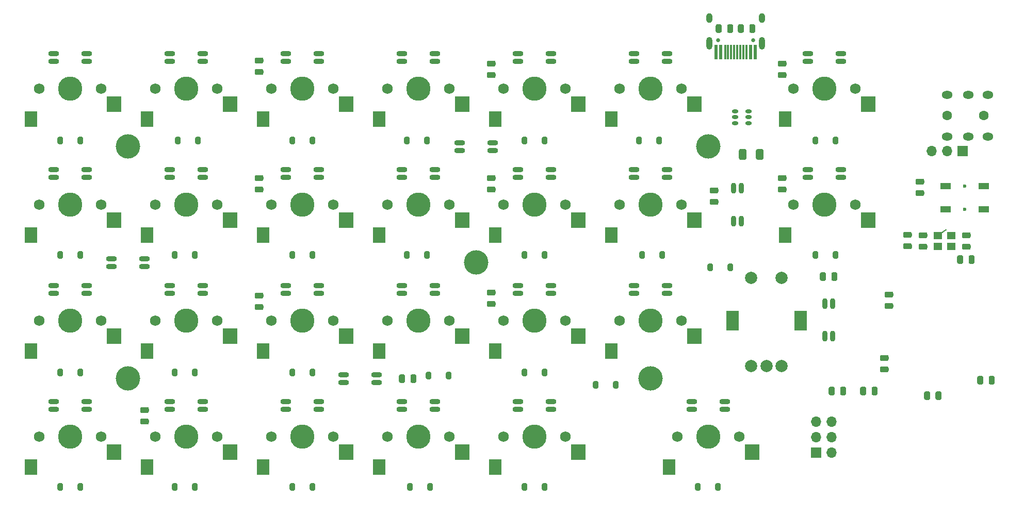
<source format=gbr>
%TF.GenerationSoftware,KiCad,Pcbnew,(5.1.9-0-10_14)*%
%TF.CreationDate,2021-01-21T14:35:16+08:00*%
%TF.ProjectId,kb-split,6b622d73-706c-4697-942e-6b696361645f,rev?*%
%TF.SameCoordinates,Original*%
%TF.FileFunction,Soldermask,Bot*%
%TF.FilePolarity,Negative*%
%FSLAX46Y46*%
G04 Gerber Fmt 4.6, Leading zero omitted, Abs format (unit mm)*
G04 Created by KiCad (PCBNEW (5.1.9-0-10_14)) date 2021-01-21 14:35:16*
%MOMM*%
%LPD*%
G01*
G04 APERTURE LIST*
%ADD10C,1.600000*%
%ADD11O,1.800000X1.300000*%
%ADD12C,0.100000*%
%ADD13R,1.400000X1.200000*%
%ADD14O,1.000000X2.100000*%
%ADD15O,1.000000X1.600000*%
%ADD16R,0.570000X2.450000*%
%ADD17R,0.300000X2.450000*%
%ADD18C,0.650000*%
%ADD19O,0.820000X1.800000*%
%ADD20C,0.500000*%
%ADD21C,4.000000*%
%ADD22O,1.800000X0.820000*%
%ADD23O,1.060000X0.650000*%
%ADD24C,0.600000*%
%ADD25R,1.700000X1.000000*%
%ADD26R,2.350000X2.500000*%
%ADD27R,2.150000X2.500000*%
%ADD28C,1.750000*%
%ADD29C,3.987800*%
%ADD30C,2.000000*%
%ADD31R,2.000000X3.200000*%
%ADD32O,1.700000X1.700000*%
%ADD33R,1.700000X1.700000*%
G04 APERTURE END LIST*
D10*
%TO.C,J3*%
X251088000Y-64008000D03*
X257088000Y-64008000D03*
D11*
X251088000Y-60608000D03*
X251088000Y-67408000D03*
X254588000Y-67408000D03*
X254588000Y-60608000D03*
X257788000Y-60608000D03*
X257788000Y-67408000D03*
%TD*%
D12*
%TO.C,Y1*%
G36*
X249898532Y-83371704D02*
G01*
X249900011Y-83362046D01*
X249902426Y-83352580D01*
X249905753Y-83343393D01*
X249909960Y-83334576D01*
X249915008Y-83326211D01*
X249920849Y-83318379D01*
X249927425Y-83311153D01*
X249934675Y-83304605D01*
X249942530Y-83298795D01*
X250842530Y-82698795D01*
X250843697Y-82698029D01*
X250845175Y-82697172D01*
X250846590Y-82696227D01*
X250849375Y-82694738D01*
X250852150Y-82693130D01*
X250853730Y-82692410D01*
X250855244Y-82691601D01*
X250858135Y-82690404D01*
X250861041Y-82689080D01*
X250862709Y-82688509D01*
X250864311Y-82687846D01*
X250867296Y-82686940D01*
X250870285Y-82685918D01*
X250872010Y-82685510D01*
X250873702Y-82684997D01*
X250876739Y-82684393D01*
X250879793Y-82683671D01*
X250881577Y-82683430D01*
X250883327Y-82683082D01*
X250886395Y-82682780D01*
X250889475Y-82682364D01*
X250891286Y-82682298D01*
X250893093Y-82682120D01*
X250896167Y-82682120D01*
X250899239Y-82682008D01*
X250901065Y-82682120D01*
X250902907Y-82682120D01*
X250905944Y-82682419D01*
X250908991Y-82682606D01*
X250910822Y-82682900D01*
X250912673Y-82683082D01*
X250915641Y-82683672D01*
X250918637Y-82684153D01*
X250920455Y-82684630D01*
X250922298Y-82684997D01*
X250925167Y-82685867D01*
X250928087Y-82686634D01*
X250929874Y-82687295D01*
X250931689Y-82687846D01*
X250934441Y-82688986D01*
X250937249Y-82690025D01*
X250938975Y-82690863D01*
X250940756Y-82691601D01*
X250943385Y-82693006D01*
X250946037Y-82694294D01*
X250947693Y-82695309D01*
X250949410Y-82696227D01*
X250951856Y-82697861D01*
X250954366Y-82699400D01*
X250955930Y-82700583D01*
X250957570Y-82701679D01*
X250959829Y-82703533D01*
X250962158Y-82705295D01*
X250963618Y-82706643D01*
X250965156Y-82707905D01*
X250967204Y-82709953D01*
X250969337Y-82711922D01*
X250970672Y-82713421D01*
X250972095Y-82714844D01*
X250973922Y-82717070D01*
X250975835Y-82719218D01*
X250977029Y-82720856D01*
X250978321Y-82722430D01*
X250979905Y-82724800D01*
X250981590Y-82727112D01*
X250982634Y-82728885D01*
X250983773Y-82730590D01*
X250985110Y-82733090D01*
X250986547Y-82735532D01*
X250987414Y-82737401D01*
X250988399Y-82739244D01*
X250989470Y-82741829D01*
X250990660Y-82744394D01*
X250991359Y-82746391D01*
X250992154Y-82748311D01*
X250992959Y-82750965D01*
X250993887Y-82753615D01*
X250994389Y-82755679D01*
X250995003Y-82757702D01*
X250995542Y-82760411D01*
X250996199Y-82763108D01*
X250996499Y-82765221D01*
X250996918Y-82767327D01*
X250997187Y-82770058D01*
X250997574Y-82772780D01*
X250997668Y-82774938D01*
X250997880Y-82777093D01*
X250997880Y-82779824D01*
X250997998Y-82782541D01*
X250997880Y-82784713D01*
X250997880Y-82786907D01*
X250997614Y-82789610D01*
X250997468Y-82792297D01*
X250997135Y-82794467D01*
X250996918Y-82796673D01*
X250996393Y-82799313D01*
X250995988Y-82801954D01*
X250995439Y-82804107D01*
X250995003Y-82806298D01*
X250994233Y-82808837D01*
X250993574Y-82811420D01*
X250992807Y-82813538D01*
X250992154Y-82815689D01*
X250991151Y-82818112D01*
X250990247Y-82820607D01*
X250989268Y-82822658D01*
X250988399Y-82824756D01*
X250987169Y-82827057D01*
X250986039Y-82829425D01*
X250984851Y-82831394D01*
X250983773Y-82833410D01*
X250982329Y-82835571D01*
X250980991Y-82837789D01*
X250979607Y-82839646D01*
X250978321Y-82841570D01*
X250976694Y-82843552D01*
X250975151Y-82845622D01*
X250973577Y-82847351D01*
X250972095Y-82849156D01*
X250970299Y-82850952D01*
X250968574Y-82852847D01*
X250966816Y-82854435D01*
X250965156Y-82856095D01*
X250963213Y-82857690D01*
X250961324Y-82859396D01*
X250959401Y-82860819D01*
X250957570Y-82862321D01*
X250955493Y-82863709D01*
X250953470Y-82865205D01*
X250053470Y-83465205D01*
X250052303Y-83465971D01*
X250043850Y-83470870D01*
X250034959Y-83474920D01*
X250025715Y-83478083D01*
X250016207Y-83480329D01*
X250006525Y-83481636D01*
X249996761Y-83481992D01*
X249987009Y-83481394D01*
X249977363Y-83479847D01*
X249967913Y-83477366D01*
X249958751Y-83473975D01*
X249949963Y-83469706D01*
X249941634Y-83464600D01*
X249933842Y-83458705D01*
X249926663Y-83452079D01*
X249920165Y-83444782D01*
X249914409Y-83436888D01*
X249909453Y-83428469D01*
X249905340Y-83419606D01*
X249902113Y-83410385D01*
X249899801Y-83400892D01*
X249898426Y-83391220D01*
X249898001Y-83381459D01*
X249898532Y-83371704D01*
G37*
D13*
X249598000Y-85432000D03*
X249598000Y-83732000D03*
X251798000Y-83732000D03*
X251798000Y-85432000D03*
%TD*%
D14*
%TO.C,J1*%
X212088000Y-52150750D03*
D15*
X212088000Y-47970750D03*
D14*
X220728000Y-52150750D03*
D15*
X220728000Y-47970750D03*
D16*
X219633000Y-53565750D03*
X218858000Y-53565750D03*
D17*
X218158000Y-53565750D03*
X217658000Y-53565750D03*
X217158000Y-53565750D03*
X216658000Y-53565750D03*
X216158000Y-53565750D03*
X215658000Y-53565750D03*
X215158000Y-53565750D03*
X214658000Y-53565750D03*
D16*
X213958000Y-53565750D03*
X213183000Y-53565750D03*
D18*
X213518000Y-51620750D03*
X219298000Y-51620750D03*
%TD*%
%TO.C,R1*%
G36*
G01*
X214101500Y-49232500D02*
X214101500Y-50145000D01*
G75*
G02*
X213857750Y-50388750I-243750J0D01*
G01*
X213370250Y-50388750D01*
G75*
G02*
X213126500Y-50145000I0J243750D01*
G01*
X213126500Y-49232500D01*
G75*
G02*
X213370250Y-48988750I243750J0D01*
G01*
X213857750Y-48988750D01*
G75*
G02*
X214101500Y-49232500I0J-243750D01*
G01*
G37*
G36*
G01*
X215976500Y-49232500D02*
X215976500Y-50145000D01*
G75*
G02*
X215732750Y-50388750I-243750J0D01*
G01*
X215245250Y-50388750D01*
G75*
G02*
X215001500Y-50145000I0J243750D01*
G01*
X215001500Y-49232500D01*
G75*
G02*
X215245250Y-48988750I243750J0D01*
G01*
X215732750Y-48988750D01*
G75*
G02*
X215976500Y-49232500I0J-243750D01*
G01*
G37*
%TD*%
D19*
%TO.C,LED25*%
X231008000Y-100236000D03*
X232288000Y-100236000D03*
X232288000Y-94836000D03*
X231008000Y-94836000D03*
%TD*%
D20*
%TO.C,H5*%
X203466250Y-106096250D03*
X201346250Y-106096250D03*
X201346250Y-108216250D03*
X203466250Y-108216250D03*
X202406250Y-105656250D03*
X202406250Y-108656250D03*
X200906250Y-107156250D03*
X203906250Y-107156250D03*
D21*
X202406250Y-107156250D03*
%TD*%
D20*
%TO.C,H4*%
X117741250Y-106096250D03*
X115621250Y-106096250D03*
X115621250Y-108216250D03*
X117741250Y-108216250D03*
X116681250Y-105656250D03*
X116681250Y-108656250D03*
X115181250Y-107156250D03*
X118181250Y-107156250D03*
D21*
X116681250Y-107156250D03*
%TD*%
D20*
%TO.C,H3*%
X174891250Y-87046250D03*
X172771250Y-87046250D03*
X172771250Y-89166250D03*
X174891250Y-89166250D03*
X173831250Y-86606250D03*
X173831250Y-89606250D03*
X172331250Y-88106250D03*
X175331250Y-88106250D03*
D21*
X173831250Y-88106250D03*
%TD*%
D20*
%TO.C,H2*%
X212991250Y-67996250D03*
X210871250Y-67996250D03*
X210871250Y-70116250D03*
X212991250Y-70116250D03*
X211931250Y-67556250D03*
X211931250Y-70556250D03*
X210431250Y-69056250D03*
X213431250Y-69056250D03*
D21*
X211931250Y-69056250D03*
%TD*%
D20*
%TO.C,H1*%
X117741250Y-67996250D03*
X115621250Y-67996250D03*
X115621250Y-70116250D03*
X117741250Y-70116250D03*
X116681250Y-67556250D03*
X116681250Y-70556250D03*
X115181250Y-69056250D03*
X118181250Y-69056250D03*
D21*
X116681250Y-69056250D03*
%TD*%
%TO.C,D27*%
G36*
G01*
X210636000Y-124593000D02*
X210636000Y-125343000D01*
G75*
G02*
X210411000Y-125568000I-225000J0D01*
G01*
X209961000Y-125568000D01*
G75*
G02*
X209736000Y-125343000I0J225000D01*
G01*
X209736000Y-124593000D01*
G75*
G02*
X209961000Y-124368000I225000J0D01*
G01*
X210411000Y-124368000D01*
G75*
G02*
X210636000Y-124593000I0J-225000D01*
G01*
G37*
G36*
G01*
X213937000Y-124593000D02*
X213937000Y-125343000D01*
G75*
G02*
X213712000Y-125568000I-225000J0D01*
G01*
X213262000Y-125568000D01*
G75*
G02*
X213037000Y-125343000I0J225000D01*
G01*
X213037000Y-124593000D01*
G75*
G02*
X213262000Y-124368000I225000J0D01*
G01*
X213712000Y-124368000D01*
G75*
G02*
X213937000Y-124593000I0J-225000D01*
G01*
G37*
%TD*%
%TO.C,D26*%
G36*
G01*
X182188000Y-124593000D02*
X182188000Y-125343000D01*
G75*
G02*
X181963000Y-125568000I-225000J0D01*
G01*
X181513000Y-125568000D01*
G75*
G02*
X181288000Y-125343000I0J225000D01*
G01*
X181288000Y-124593000D01*
G75*
G02*
X181513000Y-124368000I225000J0D01*
G01*
X181963000Y-124368000D01*
G75*
G02*
X182188000Y-124593000I0J-225000D01*
G01*
G37*
G36*
G01*
X185489000Y-124593000D02*
X185489000Y-125343000D01*
G75*
G02*
X185264000Y-125568000I-225000J0D01*
G01*
X184814000Y-125568000D01*
G75*
G02*
X184589000Y-125343000I0J225000D01*
G01*
X184589000Y-124593000D01*
G75*
G02*
X184814000Y-124368000I225000J0D01*
G01*
X185264000Y-124368000D01*
G75*
G02*
X185489000Y-124593000I0J-225000D01*
G01*
G37*
%TD*%
%TO.C,D25*%
G36*
G01*
X163392000Y-124593000D02*
X163392000Y-125343000D01*
G75*
G02*
X163167000Y-125568000I-225000J0D01*
G01*
X162717000Y-125568000D01*
G75*
G02*
X162492000Y-125343000I0J225000D01*
G01*
X162492000Y-124593000D01*
G75*
G02*
X162717000Y-124368000I225000J0D01*
G01*
X163167000Y-124368000D01*
G75*
G02*
X163392000Y-124593000I0J-225000D01*
G01*
G37*
G36*
G01*
X166693000Y-124593000D02*
X166693000Y-125343000D01*
G75*
G02*
X166468000Y-125568000I-225000J0D01*
G01*
X166018000Y-125568000D01*
G75*
G02*
X165793000Y-125343000I0J225000D01*
G01*
X165793000Y-124593000D01*
G75*
G02*
X166018000Y-124368000I225000J0D01*
G01*
X166468000Y-124368000D01*
G75*
G02*
X166693000Y-124593000I0J-225000D01*
G01*
G37*
%TD*%
%TO.C,D24*%
G36*
G01*
X144088000Y-124593000D02*
X144088000Y-125343000D01*
G75*
G02*
X143863000Y-125568000I-225000J0D01*
G01*
X143413000Y-125568000D01*
G75*
G02*
X143188000Y-125343000I0J225000D01*
G01*
X143188000Y-124593000D01*
G75*
G02*
X143413000Y-124368000I225000J0D01*
G01*
X143863000Y-124368000D01*
G75*
G02*
X144088000Y-124593000I0J-225000D01*
G01*
G37*
G36*
G01*
X147389000Y-124593000D02*
X147389000Y-125343000D01*
G75*
G02*
X147164000Y-125568000I-225000J0D01*
G01*
X146714000Y-125568000D01*
G75*
G02*
X146489000Y-125343000I0J225000D01*
G01*
X146489000Y-124593000D01*
G75*
G02*
X146714000Y-124368000I225000J0D01*
G01*
X147164000Y-124368000D01*
G75*
G02*
X147389000Y-124593000I0J-225000D01*
G01*
G37*
%TD*%
%TO.C,D23*%
G36*
G01*
X124784000Y-124593000D02*
X124784000Y-125343000D01*
G75*
G02*
X124559000Y-125568000I-225000J0D01*
G01*
X124109000Y-125568000D01*
G75*
G02*
X123884000Y-125343000I0J225000D01*
G01*
X123884000Y-124593000D01*
G75*
G02*
X124109000Y-124368000I225000J0D01*
G01*
X124559000Y-124368000D01*
G75*
G02*
X124784000Y-124593000I0J-225000D01*
G01*
G37*
G36*
G01*
X128085000Y-124593000D02*
X128085000Y-125343000D01*
G75*
G02*
X127860000Y-125568000I-225000J0D01*
G01*
X127410000Y-125568000D01*
G75*
G02*
X127185000Y-125343000I0J225000D01*
G01*
X127185000Y-124593000D01*
G75*
G02*
X127410000Y-124368000I225000J0D01*
G01*
X127860000Y-124368000D01*
G75*
G02*
X128085000Y-124593000I0J-225000D01*
G01*
G37*
%TD*%
%TO.C,D22*%
G36*
G01*
X105988000Y-124593000D02*
X105988000Y-125343000D01*
G75*
G02*
X105763000Y-125568000I-225000J0D01*
G01*
X105313000Y-125568000D01*
G75*
G02*
X105088000Y-125343000I0J225000D01*
G01*
X105088000Y-124593000D01*
G75*
G02*
X105313000Y-124368000I225000J0D01*
G01*
X105763000Y-124368000D01*
G75*
G02*
X105988000Y-124593000I0J-225000D01*
G01*
G37*
G36*
G01*
X109289000Y-124593000D02*
X109289000Y-125343000D01*
G75*
G02*
X109064000Y-125568000I-225000J0D01*
G01*
X108614000Y-125568000D01*
G75*
G02*
X108389000Y-125343000I0J225000D01*
G01*
X108389000Y-124593000D01*
G75*
G02*
X108614000Y-124368000I225000J0D01*
G01*
X109064000Y-124368000D01*
G75*
G02*
X109289000Y-124593000I0J-225000D01*
G01*
G37*
%TD*%
%TO.C,D21*%
G36*
G01*
X215068000Y-89275000D02*
X215068000Y-88525000D01*
G75*
G02*
X215293000Y-88300000I225000J0D01*
G01*
X215743000Y-88300000D01*
G75*
G02*
X215968000Y-88525000I0J-225000D01*
G01*
X215968000Y-89275000D01*
G75*
G02*
X215743000Y-89500000I-225000J0D01*
G01*
X215293000Y-89500000D01*
G75*
G02*
X215068000Y-89275000I0J225000D01*
G01*
G37*
G36*
G01*
X211767000Y-89275000D02*
X211767000Y-88525000D01*
G75*
G02*
X211992000Y-88300000I225000J0D01*
G01*
X212442000Y-88300000D01*
G75*
G02*
X212667000Y-88525000I0J-225000D01*
G01*
X212667000Y-89275000D01*
G75*
G02*
X212442000Y-89500000I-225000J0D01*
G01*
X211992000Y-89500000D01*
G75*
G02*
X211767000Y-89275000I0J225000D01*
G01*
G37*
%TD*%
%TO.C,D20*%
G36*
G01*
X193872000Y-107829000D02*
X193872000Y-108579000D01*
G75*
G02*
X193647000Y-108804000I-225000J0D01*
G01*
X193197000Y-108804000D01*
G75*
G02*
X192972000Y-108579000I0J225000D01*
G01*
X192972000Y-107829000D01*
G75*
G02*
X193197000Y-107604000I225000J0D01*
G01*
X193647000Y-107604000D01*
G75*
G02*
X193872000Y-107829000I0J-225000D01*
G01*
G37*
G36*
G01*
X197173000Y-107829000D02*
X197173000Y-108579000D01*
G75*
G02*
X196948000Y-108804000I-225000J0D01*
G01*
X196498000Y-108804000D01*
G75*
G02*
X196273000Y-108579000I0J225000D01*
G01*
X196273000Y-107829000D01*
G75*
G02*
X196498000Y-107604000I225000J0D01*
G01*
X196948000Y-107604000D01*
G75*
G02*
X197173000Y-107829000I0J-225000D01*
G01*
G37*
%TD*%
%TO.C,D19*%
G36*
G01*
X182188000Y-105797000D02*
X182188000Y-106547000D01*
G75*
G02*
X181963000Y-106772000I-225000J0D01*
G01*
X181513000Y-106772000D01*
G75*
G02*
X181288000Y-106547000I0J225000D01*
G01*
X181288000Y-105797000D01*
G75*
G02*
X181513000Y-105572000I225000J0D01*
G01*
X181963000Y-105572000D01*
G75*
G02*
X182188000Y-105797000I0J-225000D01*
G01*
G37*
G36*
G01*
X185489000Y-105797000D02*
X185489000Y-106547000D01*
G75*
G02*
X185264000Y-106772000I-225000J0D01*
G01*
X184814000Y-106772000D01*
G75*
G02*
X184589000Y-106547000I0J225000D01*
G01*
X184589000Y-105797000D01*
G75*
G02*
X184814000Y-105572000I225000J0D01*
G01*
X185264000Y-105572000D01*
G75*
G02*
X185489000Y-105797000I0J-225000D01*
G01*
G37*
%TD*%
%TO.C,D18*%
G36*
G01*
X166440000Y-106305000D02*
X166440000Y-107055000D01*
G75*
G02*
X166215000Y-107280000I-225000J0D01*
G01*
X165765000Y-107280000D01*
G75*
G02*
X165540000Y-107055000I0J225000D01*
G01*
X165540000Y-106305000D01*
G75*
G02*
X165765000Y-106080000I225000J0D01*
G01*
X166215000Y-106080000D01*
G75*
G02*
X166440000Y-106305000I0J-225000D01*
G01*
G37*
G36*
G01*
X169741000Y-106305000D02*
X169741000Y-107055000D01*
G75*
G02*
X169516000Y-107280000I-225000J0D01*
G01*
X169066000Y-107280000D01*
G75*
G02*
X168841000Y-107055000I0J225000D01*
G01*
X168841000Y-106305000D01*
G75*
G02*
X169066000Y-106080000I225000J0D01*
G01*
X169516000Y-106080000D01*
G75*
G02*
X169741000Y-106305000I0J-225000D01*
G01*
G37*
%TD*%
%TO.C,D17*%
G36*
G01*
X144088000Y-105797000D02*
X144088000Y-106547000D01*
G75*
G02*
X143863000Y-106772000I-225000J0D01*
G01*
X143413000Y-106772000D01*
G75*
G02*
X143188000Y-106547000I0J225000D01*
G01*
X143188000Y-105797000D01*
G75*
G02*
X143413000Y-105572000I225000J0D01*
G01*
X143863000Y-105572000D01*
G75*
G02*
X144088000Y-105797000I0J-225000D01*
G01*
G37*
G36*
G01*
X147389000Y-105797000D02*
X147389000Y-106547000D01*
G75*
G02*
X147164000Y-106772000I-225000J0D01*
G01*
X146714000Y-106772000D01*
G75*
G02*
X146489000Y-106547000I0J225000D01*
G01*
X146489000Y-105797000D01*
G75*
G02*
X146714000Y-105572000I225000J0D01*
G01*
X147164000Y-105572000D01*
G75*
G02*
X147389000Y-105797000I0J-225000D01*
G01*
G37*
%TD*%
%TO.C,D16*%
G36*
G01*
X124784000Y-105797000D02*
X124784000Y-106547000D01*
G75*
G02*
X124559000Y-106772000I-225000J0D01*
G01*
X124109000Y-106772000D01*
G75*
G02*
X123884000Y-106547000I0J225000D01*
G01*
X123884000Y-105797000D01*
G75*
G02*
X124109000Y-105572000I225000J0D01*
G01*
X124559000Y-105572000D01*
G75*
G02*
X124784000Y-105797000I0J-225000D01*
G01*
G37*
G36*
G01*
X128085000Y-105797000D02*
X128085000Y-106547000D01*
G75*
G02*
X127860000Y-106772000I-225000J0D01*
G01*
X127410000Y-106772000D01*
G75*
G02*
X127185000Y-106547000I0J225000D01*
G01*
X127185000Y-105797000D01*
G75*
G02*
X127410000Y-105572000I225000J0D01*
G01*
X127860000Y-105572000D01*
G75*
G02*
X128085000Y-105797000I0J-225000D01*
G01*
G37*
%TD*%
%TO.C,D15*%
G36*
G01*
X105988000Y-105797000D02*
X105988000Y-106547000D01*
G75*
G02*
X105763000Y-106772000I-225000J0D01*
G01*
X105313000Y-106772000D01*
G75*
G02*
X105088000Y-106547000I0J225000D01*
G01*
X105088000Y-105797000D01*
G75*
G02*
X105313000Y-105572000I225000J0D01*
G01*
X105763000Y-105572000D01*
G75*
G02*
X105988000Y-105797000I0J-225000D01*
G01*
G37*
G36*
G01*
X109289000Y-105797000D02*
X109289000Y-106547000D01*
G75*
G02*
X109064000Y-106772000I-225000J0D01*
G01*
X108614000Y-106772000D01*
G75*
G02*
X108389000Y-106547000I0J225000D01*
G01*
X108389000Y-105797000D01*
G75*
G02*
X108614000Y-105572000I225000J0D01*
G01*
X109064000Y-105572000D01*
G75*
G02*
X109289000Y-105797000I0J-225000D01*
G01*
G37*
%TD*%
%TO.C,D14*%
G36*
G01*
X229940000Y-86493000D02*
X229940000Y-87243000D01*
G75*
G02*
X229715000Y-87468000I-225000J0D01*
G01*
X229265000Y-87468000D01*
G75*
G02*
X229040000Y-87243000I0J225000D01*
G01*
X229040000Y-86493000D01*
G75*
G02*
X229265000Y-86268000I225000J0D01*
G01*
X229715000Y-86268000D01*
G75*
G02*
X229940000Y-86493000I0J-225000D01*
G01*
G37*
G36*
G01*
X233241000Y-86493000D02*
X233241000Y-87243000D01*
G75*
G02*
X233016000Y-87468000I-225000J0D01*
G01*
X232566000Y-87468000D01*
G75*
G02*
X232341000Y-87243000I0J225000D01*
G01*
X232341000Y-86493000D01*
G75*
G02*
X232566000Y-86268000I225000J0D01*
G01*
X233016000Y-86268000D01*
G75*
G02*
X233241000Y-86493000I0J-225000D01*
G01*
G37*
%TD*%
%TO.C,D13*%
G36*
G01*
X201492000Y-86493000D02*
X201492000Y-87243000D01*
G75*
G02*
X201267000Y-87468000I-225000J0D01*
G01*
X200817000Y-87468000D01*
G75*
G02*
X200592000Y-87243000I0J225000D01*
G01*
X200592000Y-86493000D01*
G75*
G02*
X200817000Y-86268000I225000J0D01*
G01*
X201267000Y-86268000D01*
G75*
G02*
X201492000Y-86493000I0J-225000D01*
G01*
G37*
G36*
G01*
X204793000Y-86493000D02*
X204793000Y-87243000D01*
G75*
G02*
X204568000Y-87468000I-225000J0D01*
G01*
X204118000Y-87468000D01*
G75*
G02*
X203893000Y-87243000I0J225000D01*
G01*
X203893000Y-86493000D01*
G75*
G02*
X204118000Y-86268000I225000J0D01*
G01*
X204568000Y-86268000D01*
G75*
G02*
X204793000Y-86493000I0J-225000D01*
G01*
G37*
%TD*%
%TO.C,D12*%
G36*
G01*
X182188000Y-86493000D02*
X182188000Y-87243000D01*
G75*
G02*
X181963000Y-87468000I-225000J0D01*
G01*
X181513000Y-87468000D01*
G75*
G02*
X181288000Y-87243000I0J225000D01*
G01*
X181288000Y-86493000D01*
G75*
G02*
X181513000Y-86268000I225000J0D01*
G01*
X181963000Y-86268000D01*
G75*
G02*
X182188000Y-86493000I0J-225000D01*
G01*
G37*
G36*
G01*
X185489000Y-86493000D02*
X185489000Y-87243000D01*
G75*
G02*
X185264000Y-87468000I-225000J0D01*
G01*
X184814000Y-87468000D01*
G75*
G02*
X184589000Y-87243000I0J225000D01*
G01*
X184589000Y-86493000D01*
G75*
G02*
X184814000Y-86268000I225000J0D01*
G01*
X185264000Y-86268000D01*
G75*
G02*
X185489000Y-86493000I0J-225000D01*
G01*
G37*
%TD*%
%TO.C,D11*%
G36*
G01*
X162884000Y-86493000D02*
X162884000Y-87243000D01*
G75*
G02*
X162659000Y-87468000I-225000J0D01*
G01*
X162209000Y-87468000D01*
G75*
G02*
X161984000Y-87243000I0J225000D01*
G01*
X161984000Y-86493000D01*
G75*
G02*
X162209000Y-86268000I225000J0D01*
G01*
X162659000Y-86268000D01*
G75*
G02*
X162884000Y-86493000I0J-225000D01*
G01*
G37*
G36*
G01*
X166185000Y-86493000D02*
X166185000Y-87243000D01*
G75*
G02*
X165960000Y-87468000I-225000J0D01*
G01*
X165510000Y-87468000D01*
G75*
G02*
X165285000Y-87243000I0J225000D01*
G01*
X165285000Y-86493000D01*
G75*
G02*
X165510000Y-86268000I225000J0D01*
G01*
X165960000Y-86268000D01*
G75*
G02*
X166185000Y-86493000I0J-225000D01*
G01*
G37*
%TD*%
%TO.C,D10*%
G36*
G01*
X144088000Y-86493000D02*
X144088000Y-87243000D01*
G75*
G02*
X143863000Y-87468000I-225000J0D01*
G01*
X143413000Y-87468000D01*
G75*
G02*
X143188000Y-87243000I0J225000D01*
G01*
X143188000Y-86493000D01*
G75*
G02*
X143413000Y-86268000I225000J0D01*
G01*
X143863000Y-86268000D01*
G75*
G02*
X144088000Y-86493000I0J-225000D01*
G01*
G37*
G36*
G01*
X147389000Y-86493000D02*
X147389000Y-87243000D01*
G75*
G02*
X147164000Y-87468000I-225000J0D01*
G01*
X146714000Y-87468000D01*
G75*
G02*
X146489000Y-87243000I0J225000D01*
G01*
X146489000Y-86493000D01*
G75*
G02*
X146714000Y-86268000I225000J0D01*
G01*
X147164000Y-86268000D01*
G75*
G02*
X147389000Y-86493000I0J-225000D01*
G01*
G37*
%TD*%
%TO.C,D9*%
G36*
G01*
X124784000Y-86493000D02*
X124784000Y-87243000D01*
G75*
G02*
X124559000Y-87468000I-225000J0D01*
G01*
X124109000Y-87468000D01*
G75*
G02*
X123884000Y-87243000I0J225000D01*
G01*
X123884000Y-86493000D01*
G75*
G02*
X124109000Y-86268000I225000J0D01*
G01*
X124559000Y-86268000D01*
G75*
G02*
X124784000Y-86493000I0J-225000D01*
G01*
G37*
G36*
G01*
X128085000Y-86493000D02*
X128085000Y-87243000D01*
G75*
G02*
X127860000Y-87468000I-225000J0D01*
G01*
X127410000Y-87468000D01*
G75*
G02*
X127185000Y-87243000I0J225000D01*
G01*
X127185000Y-86493000D01*
G75*
G02*
X127410000Y-86268000I225000J0D01*
G01*
X127860000Y-86268000D01*
G75*
G02*
X128085000Y-86493000I0J-225000D01*
G01*
G37*
%TD*%
%TO.C,D8*%
G36*
G01*
X105988000Y-86493000D02*
X105988000Y-87243000D01*
G75*
G02*
X105763000Y-87468000I-225000J0D01*
G01*
X105313000Y-87468000D01*
G75*
G02*
X105088000Y-87243000I0J225000D01*
G01*
X105088000Y-86493000D01*
G75*
G02*
X105313000Y-86268000I225000J0D01*
G01*
X105763000Y-86268000D01*
G75*
G02*
X105988000Y-86493000I0J-225000D01*
G01*
G37*
G36*
G01*
X109289000Y-86493000D02*
X109289000Y-87243000D01*
G75*
G02*
X109064000Y-87468000I-225000J0D01*
G01*
X108614000Y-87468000D01*
G75*
G02*
X108389000Y-87243000I0J225000D01*
G01*
X108389000Y-86493000D01*
G75*
G02*
X108614000Y-86268000I225000J0D01*
G01*
X109064000Y-86268000D01*
G75*
G02*
X109289000Y-86493000I0J-225000D01*
G01*
G37*
%TD*%
%TO.C,D7*%
G36*
G01*
X229940000Y-67697000D02*
X229940000Y-68447000D01*
G75*
G02*
X229715000Y-68672000I-225000J0D01*
G01*
X229265000Y-68672000D01*
G75*
G02*
X229040000Y-68447000I0J225000D01*
G01*
X229040000Y-67697000D01*
G75*
G02*
X229265000Y-67472000I225000J0D01*
G01*
X229715000Y-67472000D01*
G75*
G02*
X229940000Y-67697000I0J-225000D01*
G01*
G37*
G36*
G01*
X233241000Y-67697000D02*
X233241000Y-68447000D01*
G75*
G02*
X233016000Y-68672000I-225000J0D01*
G01*
X232566000Y-68672000D01*
G75*
G02*
X232341000Y-68447000I0J225000D01*
G01*
X232341000Y-67697000D01*
G75*
G02*
X232566000Y-67472000I225000J0D01*
G01*
X233016000Y-67472000D01*
G75*
G02*
X233241000Y-67697000I0J-225000D01*
G01*
G37*
%TD*%
%TO.C,D6*%
G36*
G01*
X200984000Y-67697000D02*
X200984000Y-68447000D01*
G75*
G02*
X200759000Y-68672000I-225000J0D01*
G01*
X200309000Y-68672000D01*
G75*
G02*
X200084000Y-68447000I0J225000D01*
G01*
X200084000Y-67697000D01*
G75*
G02*
X200309000Y-67472000I225000J0D01*
G01*
X200759000Y-67472000D01*
G75*
G02*
X200984000Y-67697000I0J-225000D01*
G01*
G37*
G36*
G01*
X204285000Y-67697000D02*
X204285000Y-68447000D01*
G75*
G02*
X204060000Y-68672000I-225000J0D01*
G01*
X203610000Y-68672000D01*
G75*
G02*
X203385000Y-68447000I0J225000D01*
G01*
X203385000Y-67697000D01*
G75*
G02*
X203610000Y-67472000I225000J0D01*
G01*
X204060000Y-67472000D01*
G75*
G02*
X204285000Y-67697000I0J-225000D01*
G01*
G37*
%TD*%
%TO.C,D5*%
G36*
G01*
X182188000Y-67697000D02*
X182188000Y-68447000D01*
G75*
G02*
X181963000Y-68672000I-225000J0D01*
G01*
X181513000Y-68672000D01*
G75*
G02*
X181288000Y-68447000I0J225000D01*
G01*
X181288000Y-67697000D01*
G75*
G02*
X181513000Y-67472000I225000J0D01*
G01*
X181963000Y-67472000D01*
G75*
G02*
X182188000Y-67697000I0J-225000D01*
G01*
G37*
G36*
G01*
X185489000Y-67697000D02*
X185489000Y-68447000D01*
G75*
G02*
X185264000Y-68672000I-225000J0D01*
G01*
X184814000Y-68672000D01*
G75*
G02*
X184589000Y-68447000I0J225000D01*
G01*
X184589000Y-67697000D01*
G75*
G02*
X184814000Y-67472000I225000J0D01*
G01*
X185264000Y-67472000D01*
G75*
G02*
X185489000Y-67697000I0J-225000D01*
G01*
G37*
%TD*%
%TO.C,D4*%
G36*
G01*
X162884000Y-67697000D02*
X162884000Y-68447000D01*
G75*
G02*
X162659000Y-68672000I-225000J0D01*
G01*
X162209000Y-68672000D01*
G75*
G02*
X161984000Y-68447000I0J225000D01*
G01*
X161984000Y-67697000D01*
G75*
G02*
X162209000Y-67472000I225000J0D01*
G01*
X162659000Y-67472000D01*
G75*
G02*
X162884000Y-67697000I0J-225000D01*
G01*
G37*
G36*
G01*
X166185000Y-67697000D02*
X166185000Y-68447000D01*
G75*
G02*
X165960000Y-68672000I-225000J0D01*
G01*
X165510000Y-68672000D01*
G75*
G02*
X165285000Y-68447000I0J225000D01*
G01*
X165285000Y-67697000D01*
G75*
G02*
X165510000Y-67472000I225000J0D01*
G01*
X165960000Y-67472000D01*
G75*
G02*
X166185000Y-67697000I0J-225000D01*
G01*
G37*
%TD*%
%TO.C,D3*%
G36*
G01*
X144088000Y-67697000D02*
X144088000Y-68447000D01*
G75*
G02*
X143863000Y-68672000I-225000J0D01*
G01*
X143413000Y-68672000D01*
G75*
G02*
X143188000Y-68447000I0J225000D01*
G01*
X143188000Y-67697000D01*
G75*
G02*
X143413000Y-67472000I225000J0D01*
G01*
X143863000Y-67472000D01*
G75*
G02*
X144088000Y-67697000I0J-225000D01*
G01*
G37*
G36*
G01*
X147389000Y-67697000D02*
X147389000Y-68447000D01*
G75*
G02*
X147164000Y-68672000I-225000J0D01*
G01*
X146714000Y-68672000D01*
G75*
G02*
X146489000Y-68447000I0J225000D01*
G01*
X146489000Y-67697000D01*
G75*
G02*
X146714000Y-67472000I225000J0D01*
G01*
X147164000Y-67472000D01*
G75*
G02*
X147389000Y-67697000I0J-225000D01*
G01*
G37*
%TD*%
%TO.C,D2*%
G36*
G01*
X125292000Y-67697000D02*
X125292000Y-68447000D01*
G75*
G02*
X125067000Y-68672000I-225000J0D01*
G01*
X124617000Y-68672000D01*
G75*
G02*
X124392000Y-68447000I0J225000D01*
G01*
X124392000Y-67697000D01*
G75*
G02*
X124617000Y-67472000I225000J0D01*
G01*
X125067000Y-67472000D01*
G75*
G02*
X125292000Y-67697000I0J-225000D01*
G01*
G37*
G36*
G01*
X128593000Y-67697000D02*
X128593000Y-68447000D01*
G75*
G02*
X128368000Y-68672000I-225000J0D01*
G01*
X127918000Y-68672000D01*
G75*
G02*
X127693000Y-68447000I0J225000D01*
G01*
X127693000Y-67697000D01*
G75*
G02*
X127918000Y-67472000I225000J0D01*
G01*
X128368000Y-67472000D01*
G75*
G02*
X128593000Y-67697000I0J-225000D01*
G01*
G37*
%TD*%
%TO.C,D1*%
G36*
G01*
X105988000Y-67697000D02*
X105988000Y-68447000D01*
G75*
G02*
X105763000Y-68672000I-225000J0D01*
G01*
X105313000Y-68672000D01*
G75*
G02*
X105088000Y-68447000I0J225000D01*
G01*
X105088000Y-67697000D01*
G75*
G02*
X105313000Y-67472000I225000J0D01*
G01*
X105763000Y-67472000D01*
G75*
G02*
X105988000Y-67697000I0J-225000D01*
G01*
G37*
G36*
G01*
X109289000Y-67697000D02*
X109289000Y-68447000D01*
G75*
G02*
X109064000Y-68672000I-225000J0D01*
G01*
X108614000Y-68672000D01*
G75*
G02*
X108389000Y-68447000I0J225000D01*
G01*
X108389000Y-67697000D01*
G75*
G02*
X108614000Y-67472000I225000J0D01*
G01*
X109064000Y-67472000D01*
G75*
G02*
X109289000Y-67697000I0J-225000D01*
G01*
G37*
%TD*%
D22*
%TO.C,LED31*%
X214631250Y-110961250D03*
X214631250Y-112241250D03*
X209231250Y-112241250D03*
X209231250Y-110961250D03*
%TD*%
%TO.C,LED30*%
X186056250Y-110961250D03*
X186056250Y-112241250D03*
X180656250Y-112241250D03*
X180656250Y-110961250D03*
%TD*%
%TO.C,LED29*%
X167006250Y-110961250D03*
X167006250Y-112241250D03*
X161606250Y-112241250D03*
X161606250Y-110961250D03*
%TD*%
%TO.C,LED28*%
X147956250Y-110961250D03*
X147956250Y-112241250D03*
X142556250Y-112241250D03*
X142556250Y-110961250D03*
%TD*%
%TO.C,LED27*%
X128906250Y-110961250D03*
X128906250Y-112241250D03*
X123506250Y-112241250D03*
X123506250Y-110961250D03*
%TD*%
%TO.C,LED26*%
X109856250Y-110961250D03*
X109856250Y-112241250D03*
X104456250Y-112241250D03*
X104456250Y-110961250D03*
%TD*%
%TO.C,LED24*%
X199706250Y-93191250D03*
X199706250Y-91911250D03*
X205106250Y-91911250D03*
X205106250Y-93191250D03*
%TD*%
%TO.C,LED23*%
X180656250Y-93191250D03*
X180656250Y-91911250D03*
X186056250Y-91911250D03*
X186056250Y-93191250D03*
%TD*%
%TO.C,LED22*%
X161606250Y-93191250D03*
X161606250Y-91911250D03*
X167006250Y-91911250D03*
X167006250Y-93191250D03*
%TD*%
%TO.C,LED21*%
X142556250Y-93191250D03*
X142556250Y-91911250D03*
X147956250Y-91911250D03*
X147956250Y-93191250D03*
%TD*%
%TO.C,LED20*%
X123506250Y-93191250D03*
X123506250Y-91911250D03*
X128906250Y-91911250D03*
X128906250Y-93191250D03*
%TD*%
%TO.C,LED19*%
X104456250Y-93191250D03*
X104456250Y-91911250D03*
X109856250Y-91911250D03*
X109856250Y-93191250D03*
%TD*%
%TO.C,LED18*%
X233681250Y-72861250D03*
X233681250Y-74141250D03*
X228281250Y-74141250D03*
X228281250Y-72861250D03*
%TD*%
%TO.C,LED17*%
X205106250Y-72861250D03*
X205106250Y-74141250D03*
X199706250Y-74141250D03*
X199706250Y-72861250D03*
%TD*%
%TO.C,LED16*%
X186056250Y-72861250D03*
X186056250Y-74141250D03*
X180656250Y-74141250D03*
X180656250Y-72861250D03*
%TD*%
%TO.C,LED15*%
X167006250Y-72861250D03*
X167006250Y-74141250D03*
X161606250Y-74141250D03*
X161606250Y-72861250D03*
%TD*%
%TO.C,LED14*%
X147956250Y-72861250D03*
X147956250Y-74141250D03*
X142556250Y-74141250D03*
X142556250Y-72861250D03*
%TD*%
%TO.C,LED13*%
X128906250Y-72861250D03*
X128906250Y-74141250D03*
X123506250Y-74141250D03*
X123506250Y-72861250D03*
%TD*%
%TO.C,LED12*%
X109856250Y-72861250D03*
X109856250Y-74141250D03*
X104456250Y-74141250D03*
X104456250Y-72861250D03*
%TD*%
%TO.C,LED11*%
X228281250Y-55091250D03*
X228281250Y-53811250D03*
X233681250Y-53811250D03*
X233681250Y-55091250D03*
%TD*%
%TO.C,LED10*%
X199706250Y-55091250D03*
X199706250Y-53811250D03*
X205106250Y-53811250D03*
X205106250Y-55091250D03*
%TD*%
%TO.C,LED9*%
X180656250Y-55091250D03*
X180656250Y-53811250D03*
X186056250Y-53811250D03*
X186056250Y-55091250D03*
%TD*%
%TO.C,LED8*%
X161606250Y-55091250D03*
X161606250Y-53811250D03*
X167006250Y-53811250D03*
X167006250Y-55091250D03*
%TD*%
%TO.C,LED7*%
X142556250Y-55091250D03*
X142556250Y-53811250D03*
X147956250Y-53811250D03*
X147956250Y-55091250D03*
%TD*%
%TO.C,LED6*%
X123506250Y-55091250D03*
X123506250Y-53811250D03*
X128906250Y-53811250D03*
X128906250Y-55091250D03*
%TD*%
%TO.C,LED5*%
X104456250Y-55091250D03*
X104456250Y-53811250D03*
X109856250Y-53811250D03*
X109856250Y-55091250D03*
%TD*%
D19*
%TO.C,LED4*%
X216053750Y-81281250D03*
X217333750Y-81281250D03*
X217333750Y-75881250D03*
X216053750Y-75881250D03*
%TD*%
D22*
%TO.C,LED3*%
X176531250Y-69696250D03*
X176531250Y-68416250D03*
X171131250Y-68416250D03*
X171131250Y-69696250D03*
%TD*%
%TO.C,LED2*%
X157481250Y-107796250D03*
X157481250Y-106516250D03*
X152081250Y-106516250D03*
X152081250Y-107796250D03*
%TD*%
%TO.C,LED1*%
X113981250Y-87466250D03*
X113981250Y-88746250D03*
X119381250Y-88746250D03*
X119381250Y-87466250D03*
%TD*%
D23*
%TO.C,U1*%
X218489000Y-64262000D03*
X218489000Y-63312000D03*
X218489000Y-65212000D03*
X216289000Y-65212000D03*
X216289000Y-64262000D03*
X216289000Y-63312000D03*
%TD*%
D24*
%TO.C,SW22*%
X254000000Y-75570000D03*
X254000000Y-79370000D03*
D25*
X250850000Y-75570000D03*
X257150000Y-75570000D03*
X250850000Y-79370000D03*
X257150000Y-79370000D03*
%TD*%
D26*
%TO.C,SW28*%
X219131250Y-119221250D03*
D27*
X205506650Y-121748550D03*
D28*
X206851250Y-116681250D03*
X217011250Y-116681250D03*
D29*
X211931250Y-116681250D03*
%TD*%
D26*
%TO.C,SW27*%
X190556250Y-119221250D03*
D27*
X176931650Y-121748550D03*
D28*
X178276250Y-116681250D03*
X188436250Y-116681250D03*
D29*
X183356250Y-116681250D03*
%TD*%
D26*
%TO.C,SW26*%
X171506250Y-119221250D03*
D27*
X157881650Y-121748550D03*
D28*
X159226250Y-116681250D03*
X169386250Y-116681250D03*
D29*
X164306250Y-116681250D03*
%TD*%
D26*
%TO.C,SW25*%
X152456250Y-119221250D03*
D27*
X138831650Y-121748550D03*
D28*
X140176250Y-116681250D03*
X150336250Y-116681250D03*
D29*
X145256250Y-116681250D03*
%TD*%
D26*
%TO.C,SW24*%
X133406250Y-119221250D03*
D27*
X119781650Y-121748550D03*
D28*
X121126250Y-116681250D03*
X131286250Y-116681250D03*
D29*
X126206250Y-116681250D03*
%TD*%
D26*
%TO.C,SW23*%
X114356250Y-119221250D03*
D27*
X100731650Y-121748550D03*
D28*
X102076250Y-116681250D03*
X112236250Y-116681250D03*
D29*
X107156250Y-116681250D03*
%TD*%
D30*
%TO.C,SW15*%
X223956250Y-90631250D03*
X218956250Y-90631250D03*
D31*
X227056250Y-97631250D03*
X215856250Y-97631250D03*
D30*
X223956250Y-105131250D03*
X221456250Y-105131250D03*
X218956250Y-105131250D03*
%TD*%
D26*
%TO.C,SW21*%
X209606250Y-100171250D03*
D27*
X195981650Y-102698550D03*
D28*
X197326250Y-97631250D03*
X207486250Y-97631250D03*
D29*
X202406250Y-97631250D03*
%TD*%
D26*
%TO.C,SW20*%
X190556250Y-100171250D03*
D27*
X176931650Y-102698550D03*
D28*
X178276250Y-97631250D03*
X188436250Y-97631250D03*
D29*
X183356250Y-97631250D03*
%TD*%
D26*
%TO.C,SW19*%
X171506250Y-100171250D03*
D27*
X157881650Y-102698550D03*
D28*
X159226250Y-97631250D03*
X169386250Y-97631250D03*
D29*
X164306250Y-97631250D03*
%TD*%
D26*
%TO.C,SW18*%
X152456250Y-100171250D03*
D27*
X138831650Y-102698550D03*
D28*
X140176250Y-97631250D03*
X150336250Y-97631250D03*
D29*
X145256250Y-97631250D03*
%TD*%
D26*
%TO.C,SW17*%
X133406250Y-100171250D03*
D27*
X119781650Y-102698550D03*
D28*
X121126250Y-97631250D03*
X131286250Y-97631250D03*
D29*
X126206250Y-97631250D03*
%TD*%
D26*
%TO.C,SW16*%
X114356250Y-100171250D03*
D27*
X100731650Y-102698550D03*
D28*
X102076250Y-97631250D03*
X112236250Y-97631250D03*
D29*
X107156250Y-97631250D03*
%TD*%
D26*
%TO.C,SW14*%
X238181250Y-81121250D03*
D27*
X224556650Y-83648550D03*
D28*
X225901250Y-78581250D03*
X236061250Y-78581250D03*
D29*
X230981250Y-78581250D03*
%TD*%
D26*
%TO.C,SW13*%
X209606250Y-81121250D03*
D27*
X195981650Y-83648550D03*
D28*
X197326250Y-78581250D03*
X207486250Y-78581250D03*
D29*
X202406250Y-78581250D03*
%TD*%
D26*
%TO.C,SW12*%
X190556250Y-81121250D03*
D27*
X176931650Y-83648550D03*
D28*
X178276250Y-78581250D03*
X188436250Y-78581250D03*
D29*
X183356250Y-78581250D03*
%TD*%
D26*
%TO.C,SW11*%
X171506250Y-81121250D03*
D27*
X157881650Y-83648550D03*
D28*
X159226250Y-78581250D03*
X169386250Y-78581250D03*
D29*
X164306250Y-78581250D03*
%TD*%
D26*
%TO.C,SW10*%
X152456250Y-81121250D03*
D27*
X138831650Y-83648550D03*
D28*
X140176250Y-78581250D03*
X150336250Y-78581250D03*
D29*
X145256250Y-78581250D03*
%TD*%
D26*
%TO.C,SW9*%
X133406250Y-81121250D03*
D27*
X119781650Y-83648550D03*
D28*
X121126250Y-78581250D03*
X131286250Y-78581250D03*
D29*
X126206250Y-78581250D03*
%TD*%
D26*
%TO.C,SW8*%
X114356250Y-81121250D03*
D27*
X100731650Y-83648550D03*
D28*
X102076250Y-78581250D03*
X112236250Y-78581250D03*
D29*
X107156250Y-78581250D03*
%TD*%
D26*
%TO.C,SW7*%
X238181250Y-62071250D03*
D27*
X224556650Y-64598550D03*
D28*
X225901250Y-59531250D03*
X236061250Y-59531250D03*
D29*
X230981250Y-59531250D03*
%TD*%
D26*
%TO.C,SW6*%
X209606250Y-62071250D03*
D27*
X195981650Y-64598550D03*
D28*
X197326250Y-59531250D03*
X207486250Y-59531250D03*
D29*
X202406250Y-59531250D03*
%TD*%
D26*
%TO.C,SW5*%
X190556250Y-62071250D03*
D27*
X176931650Y-64598550D03*
D28*
X178276250Y-59531250D03*
X188436250Y-59531250D03*
D29*
X183356250Y-59531250D03*
%TD*%
D26*
%TO.C,SW4*%
X171506250Y-62071250D03*
D27*
X157881650Y-64598550D03*
D28*
X159226250Y-59531250D03*
X169386250Y-59531250D03*
D29*
X164306250Y-59531250D03*
%TD*%
D26*
%TO.C,SW3*%
X152456250Y-62071250D03*
D27*
X138831650Y-64598550D03*
D28*
X140176250Y-59531250D03*
X150336250Y-59531250D03*
D29*
X145256250Y-59531250D03*
%TD*%
D26*
%TO.C,SW2*%
X133406250Y-62071250D03*
D27*
X119781650Y-64598550D03*
D28*
X121126250Y-59531250D03*
X131286250Y-59531250D03*
D29*
X126206250Y-59531250D03*
%TD*%
D26*
%TO.C,SW1*%
X114356250Y-62071250D03*
D27*
X100731650Y-64598550D03*
D28*
X102076250Y-59531250D03*
X112236250Y-59531250D03*
D29*
X107156250Y-59531250D03*
%TD*%
%TO.C,R6*%
G36*
G01*
X245058250Y-84053500D02*
X244145750Y-84053500D01*
G75*
G02*
X243902000Y-83809750I0J243750D01*
G01*
X243902000Y-83322250D01*
G75*
G02*
X244145750Y-83078500I243750J0D01*
G01*
X245058250Y-83078500D01*
G75*
G02*
X245302000Y-83322250I0J-243750D01*
G01*
X245302000Y-83809750D01*
G75*
G02*
X245058250Y-84053500I-243750J0D01*
G01*
G37*
G36*
G01*
X245058250Y-85928500D02*
X244145750Y-85928500D01*
G75*
G02*
X243902000Y-85684750I0J243750D01*
G01*
X243902000Y-85197250D01*
G75*
G02*
X244145750Y-84953500I243750J0D01*
G01*
X245058250Y-84953500D01*
G75*
G02*
X245302000Y-85197250I0J-243750D01*
G01*
X245302000Y-85684750D01*
G75*
G02*
X245058250Y-85928500I-243750J0D01*
G01*
G37*
%TD*%
%TO.C,R5*%
G36*
G01*
X233543500Y-109676250D02*
X233543500Y-108763750D01*
G75*
G02*
X233787250Y-108520000I243750J0D01*
G01*
X234274750Y-108520000D01*
G75*
G02*
X234518500Y-108763750I0J-243750D01*
G01*
X234518500Y-109676250D01*
G75*
G02*
X234274750Y-109920000I-243750J0D01*
G01*
X233787250Y-109920000D01*
G75*
G02*
X233543500Y-109676250I0J243750D01*
G01*
G37*
G36*
G01*
X231668500Y-109676250D02*
X231668500Y-108763750D01*
G75*
G02*
X231912250Y-108520000I243750J0D01*
G01*
X232399750Y-108520000D01*
G75*
G02*
X232643500Y-108763750I0J-243750D01*
G01*
X232643500Y-109676250D01*
G75*
G02*
X232399750Y-109920000I-243750J0D01*
G01*
X231912250Y-109920000D01*
G75*
G02*
X231668500Y-109676250I0J243750D01*
G01*
G37*
%TD*%
%TO.C,R4*%
G36*
G01*
X238702000Y-109676250D02*
X238702000Y-108763750D01*
G75*
G02*
X238945750Y-108520000I243750J0D01*
G01*
X239433250Y-108520000D01*
G75*
G02*
X239677000Y-108763750I0J-243750D01*
G01*
X239677000Y-109676250D01*
G75*
G02*
X239433250Y-109920000I-243750J0D01*
G01*
X238945750Y-109920000D01*
G75*
G02*
X238702000Y-109676250I0J243750D01*
G01*
G37*
G36*
G01*
X236827000Y-109676250D02*
X236827000Y-108763750D01*
G75*
G02*
X237070750Y-108520000I243750J0D01*
G01*
X237558250Y-108520000D01*
G75*
G02*
X237802000Y-108763750I0J-243750D01*
G01*
X237802000Y-109676250D01*
G75*
G02*
X237558250Y-109920000I-243750J0D01*
G01*
X237070750Y-109920000D01*
G75*
G02*
X236827000Y-109676250I0J243750D01*
G01*
G37*
%TD*%
%TO.C,R3*%
G36*
G01*
X247090250Y-75320500D02*
X246177750Y-75320500D01*
G75*
G02*
X245934000Y-75076750I0J243750D01*
G01*
X245934000Y-74589250D01*
G75*
G02*
X246177750Y-74345500I243750J0D01*
G01*
X247090250Y-74345500D01*
G75*
G02*
X247334000Y-74589250I0J-243750D01*
G01*
X247334000Y-75076750D01*
G75*
G02*
X247090250Y-75320500I-243750J0D01*
G01*
G37*
G36*
G01*
X247090250Y-77195500D02*
X246177750Y-77195500D01*
G75*
G02*
X245934000Y-76951750I0J243750D01*
G01*
X245934000Y-76464250D01*
G75*
G02*
X246177750Y-76220500I243750J0D01*
G01*
X247090250Y-76220500D01*
G75*
G02*
X247334000Y-76464250I0J-243750D01*
G01*
X247334000Y-76951750D01*
G75*
G02*
X247090250Y-77195500I-243750J0D01*
G01*
G37*
%TD*%
%TO.C,R2*%
G36*
G01*
X218636000Y-50145000D02*
X218636000Y-49232500D01*
G75*
G02*
X218879750Y-48988750I243750J0D01*
G01*
X219367250Y-48988750D01*
G75*
G02*
X219611000Y-49232500I0J-243750D01*
G01*
X219611000Y-50145000D01*
G75*
G02*
X219367250Y-50388750I-243750J0D01*
G01*
X218879750Y-50388750D01*
G75*
G02*
X218636000Y-50145000I0J243750D01*
G01*
G37*
G36*
G01*
X216761000Y-50145000D02*
X216761000Y-49232500D01*
G75*
G02*
X217004750Y-48988750I243750J0D01*
G01*
X217492250Y-48988750D01*
G75*
G02*
X217736000Y-49232500I0J-243750D01*
G01*
X217736000Y-50145000D01*
G75*
G02*
X217492250Y-50388750I-243750J0D01*
G01*
X217004750Y-50388750D01*
G75*
G02*
X216761000Y-50145000I0J243750D01*
G01*
G37*
%TD*%
D32*
%TO.C,J2*%
X248539000Y-69850000D03*
X251079000Y-69850000D03*
D33*
X253619000Y-69850000D03*
%TD*%
D32*
%TO.C,ISP1*%
X232156000Y-114300000D03*
X229616000Y-114300000D03*
X232156000Y-116840000D03*
X229616000Y-116840000D03*
X232156000Y-119380000D03*
D33*
X229616000Y-119380000D03*
%TD*%
%TO.C,F1*%
G36*
G01*
X216923000Y-70983000D02*
X216923000Y-69733000D01*
G75*
G02*
X217173000Y-69483000I250000J0D01*
G01*
X217923000Y-69483000D01*
G75*
G02*
X218173000Y-69733000I0J-250000D01*
G01*
X218173000Y-70983000D01*
G75*
G02*
X217923000Y-71233000I-250000J0D01*
G01*
X217173000Y-71233000D01*
G75*
G02*
X216923000Y-70983000I0J250000D01*
G01*
G37*
G36*
G01*
X219723000Y-70983000D02*
X219723000Y-69733000D01*
G75*
G02*
X219973000Y-69483000I250000J0D01*
G01*
X220723000Y-69483000D01*
G75*
G02*
X220973000Y-69733000I0J-250000D01*
G01*
X220973000Y-70983000D01*
G75*
G02*
X220723000Y-71233000I-250000J0D01*
G01*
X219973000Y-71233000D01*
G75*
G02*
X219723000Y-70983000I0J250000D01*
G01*
G37*
%TD*%
%TO.C,C19*%
G36*
G01*
X118923750Y-111859000D02*
X119836250Y-111859000D01*
G75*
G02*
X120080000Y-112102750I0J-243750D01*
G01*
X120080000Y-112590250D01*
G75*
G02*
X119836250Y-112834000I-243750J0D01*
G01*
X118923750Y-112834000D01*
G75*
G02*
X118680000Y-112590250I0J243750D01*
G01*
X118680000Y-112102750D01*
G75*
G02*
X118923750Y-111859000I243750J0D01*
G01*
G37*
G36*
G01*
X118923750Y-113734000D02*
X119836250Y-113734000D01*
G75*
G02*
X120080000Y-113977750I0J-243750D01*
G01*
X120080000Y-114465250D01*
G75*
G02*
X119836250Y-114709000I-243750J0D01*
G01*
X118923750Y-114709000D01*
G75*
G02*
X118680000Y-114465250I0J243750D01*
G01*
X118680000Y-113977750D01*
G75*
G02*
X118923750Y-113734000I243750J0D01*
G01*
G37*
%TD*%
%TO.C,C18*%
G36*
G01*
X230223000Y-90880250D02*
X230223000Y-89967750D01*
G75*
G02*
X230466750Y-89724000I243750J0D01*
G01*
X230954250Y-89724000D01*
G75*
G02*
X231198000Y-89967750I0J-243750D01*
G01*
X231198000Y-90880250D01*
G75*
G02*
X230954250Y-91124000I-243750J0D01*
G01*
X230466750Y-91124000D01*
G75*
G02*
X230223000Y-90880250I0J243750D01*
G01*
G37*
G36*
G01*
X232098000Y-90880250D02*
X232098000Y-89967750D01*
G75*
G02*
X232341750Y-89724000I243750J0D01*
G01*
X232829250Y-89724000D01*
G75*
G02*
X233073000Y-89967750I0J-243750D01*
G01*
X233073000Y-90880250D01*
G75*
G02*
X232829250Y-91124000I-243750J0D01*
G01*
X232341750Y-91124000D01*
G75*
G02*
X232098000Y-90880250I0J243750D01*
G01*
G37*
%TD*%
%TO.C,C17*%
G36*
G01*
X175819750Y-92555000D02*
X176732250Y-92555000D01*
G75*
G02*
X176976000Y-92798750I0J-243750D01*
G01*
X176976000Y-93286250D01*
G75*
G02*
X176732250Y-93530000I-243750J0D01*
G01*
X175819750Y-93530000D01*
G75*
G02*
X175576000Y-93286250I0J243750D01*
G01*
X175576000Y-92798750D01*
G75*
G02*
X175819750Y-92555000I243750J0D01*
G01*
G37*
G36*
G01*
X175819750Y-94430000D02*
X176732250Y-94430000D01*
G75*
G02*
X176976000Y-94673750I0J-243750D01*
G01*
X176976000Y-95161250D01*
G75*
G02*
X176732250Y-95405000I-243750J0D01*
G01*
X175819750Y-95405000D01*
G75*
G02*
X175576000Y-95161250I0J243750D01*
G01*
X175576000Y-94673750D01*
G75*
G02*
X175819750Y-94430000I243750J0D01*
G01*
G37*
%TD*%
%TO.C,C16*%
G36*
G01*
X137719750Y-93063000D02*
X138632250Y-93063000D01*
G75*
G02*
X138876000Y-93306750I0J-243750D01*
G01*
X138876000Y-93794250D01*
G75*
G02*
X138632250Y-94038000I-243750J0D01*
G01*
X137719750Y-94038000D01*
G75*
G02*
X137476000Y-93794250I0J243750D01*
G01*
X137476000Y-93306750D01*
G75*
G02*
X137719750Y-93063000I243750J0D01*
G01*
G37*
G36*
G01*
X137719750Y-94938000D02*
X138632250Y-94938000D01*
G75*
G02*
X138876000Y-95181750I0J-243750D01*
G01*
X138876000Y-95669250D01*
G75*
G02*
X138632250Y-95913000I-243750J0D01*
G01*
X137719750Y-95913000D01*
G75*
G02*
X137476000Y-95669250I0J243750D01*
G01*
X137476000Y-95181750D01*
G75*
G02*
X137719750Y-94938000I243750J0D01*
G01*
G37*
%TD*%
%TO.C,C14*%
G36*
G01*
X223571750Y-73759000D02*
X224484250Y-73759000D01*
G75*
G02*
X224728000Y-74002750I0J-243750D01*
G01*
X224728000Y-74490250D01*
G75*
G02*
X224484250Y-74734000I-243750J0D01*
G01*
X223571750Y-74734000D01*
G75*
G02*
X223328000Y-74490250I0J243750D01*
G01*
X223328000Y-74002750D01*
G75*
G02*
X223571750Y-73759000I243750J0D01*
G01*
G37*
G36*
G01*
X223571750Y-75634000D02*
X224484250Y-75634000D01*
G75*
G02*
X224728000Y-75877750I0J-243750D01*
G01*
X224728000Y-76365250D01*
G75*
G02*
X224484250Y-76609000I-243750J0D01*
G01*
X223571750Y-76609000D01*
G75*
G02*
X223328000Y-76365250I0J243750D01*
G01*
X223328000Y-75877750D01*
G75*
G02*
X223571750Y-75634000I243750J0D01*
G01*
G37*
%TD*%
%TO.C,C13*%
G36*
G01*
X175819750Y-73759000D02*
X176732250Y-73759000D01*
G75*
G02*
X176976000Y-74002750I0J-243750D01*
G01*
X176976000Y-74490250D01*
G75*
G02*
X176732250Y-74734000I-243750J0D01*
G01*
X175819750Y-74734000D01*
G75*
G02*
X175576000Y-74490250I0J243750D01*
G01*
X175576000Y-74002750D01*
G75*
G02*
X175819750Y-73759000I243750J0D01*
G01*
G37*
G36*
G01*
X175819750Y-75634000D02*
X176732250Y-75634000D01*
G75*
G02*
X176976000Y-75877750I0J-243750D01*
G01*
X176976000Y-76365250D01*
G75*
G02*
X176732250Y-76609000I-243750J0D01*
G01*
X175819750Y-76609000D01*
G75*
G02*
X175576000Y-76365250I0J243750D01*
G01*
X175576000Y-75877750D01*
G75*
G02*
X175819750Y-75634000I243750J0D01*
G01*
G37*
%TD*%
%TO.C,C12*%
G36*
G01*
X137719750Y-73759000D02*
X138632250Y-73759000D01*
G75*
G02*
X138876000Y-74002750I0J-243750D01*
G01*
X138876000Y-74490250D01*
G75*
G02*
X138632250Y-74734000I-243750J0D01*
G01*
X137719750Y-74734000D01*
G75*
G02*
X137476000Y-74490250I0J243750D01*
G01*
X137476000Y-74002750D01*
G75*
G02*
X137719750Y-73759000I243750J0D01*
G01*
G37*
G36*
G01*
X137719750Y-75634000D02*
X138632250Y-75634000D01*
G75*
G02*
X138876000Y-75877750I0J-243750D01*
G01*
X138876000Y-76365250D01*
G75*
G02*
X138632250Y-76609000I-243750J0D01*
G01*
X137719750Y-76609000D01*
G75*
G02*
X137476000Y-76365250I0J243750D01*
G01*
X137476000Y-75877750D01*
G75*
G02*
X137719750Y-75634000I243750J0D01*
G01*
G37*
%TD*%
%TO.C,C11*%
G36*
G01*
X223571750Y-54963000D02*
X224484250Y-54963000D01*
G75*
G02*
X224728000Y-55206750I0J-243750D01*
G01*
X224728000Y-55694250D01*
G75*
G02*
X224484250Y-55938000I-243750J0D01*
G01*
X223571750Y-55938000D01*
G75*
G02*
X223328000Y-55694250I0J243750D01*
G01*
X223328000Y-55206750D01*
G75*
G02*
X223571750Y-54963000I243750J0D01*
G01*
G37*
G36*
G01*
X223571750Y-56838000D02*
X224484250Y-56838000D01*
G75*
G02*
X224728000Y-57081750I0J-243750D01*
G01*
X224728000Y-57569250D01*
G75*
G02*
X224484250Y-57813000I-243750J0D01*
G01*
X223571750Y-57813000D01*
G75*
G02*
X223328000Y-57569250I0J243750D01*
G01*
X223328000Y-57081750D01*
G75*
G02*
X223571750Y-56838000I243750J0D01*
G01*
G37*
%TD*%
%TO.C,C10*%
G36*
G01*
X175819750Y-54963000D02*
X176732250Y-54963000D01*
G75*
G02*
X176976000Y-55206750I0J-243750D01*
G01*
X176976000Y-55694250D01*
G75*
G02*
X176732250Y-55938000I-243750J0D01*
G01*
X175819750Y-55938000D01*
G75*
G02*
X175576000Y-55694250I0J243750D01*
G01*
X175576000Y-55206750D01*
G75*
G02*
X175819750Y-54963000I243750J0D01*
G01*
G37*
G36*
G01*
X175819750Y-56838000D02*
X176732250Y-56838000D01*
G75*
G02*
X176976000Y-57081750I0J-243750D01*
G01*
X176976000Y-57569250D01*
G75*
G02*
X176732250Y-57813000I-243750J0D01*
G01*
X175819750Y-57813000D01*
G75*
G02*
X175576000Y-57569250I0J243750D01*
G01*
X175576000Y-57081750D01*
G75*
G02*
X175819750Y-56838000I243750J0D01*
G01*
G37*
%TD*%
%TO.C,C9*%
G36*
G01*
X137719750Y-54455000D02*
X138632250Y-54455000D01*
G75*
G02*
X138876000Y-54698750I0J-243750D01*
G01*
X138876000Y-55186250D01*
G75*
G02*
X138632250Y-55430000I-243750J0D01*
G01*
X137719750Y-55430000D01*
G75*
G02*
X137476000Y-55186250I0J243750D01*
G01*
X137476000Y-54698750D01*
G75*
G02*
X137719750Y-54455000I243750J0D01*
G01*
G37*
G36*
G01*
X137719750Y-56330000D02*
X138632250Y-56330000D01*
G75*
G02*
X138876000Y-56573750I0J-243750D01*
G01*
X138876000Y-57061250D01*
G75*
G02*
X138632250Y-57305000I-243750J0D01*
G01*
X137719750Y-57305000D01*
G75*
G02*
X137476000Y-57061250I0J243750D01*
G01*
X137476000Y-56573750D01*
G75*
G02*
X137719750Y-56330000I243750J0D01*
G01*
G37*
%TD*%
%TO.C,C8*%
G36*
G01*
X213308250Y-78641000D02*
X212395750Y-78641000D01*
G75*
G02*
X212152000Y-78397250I0J243750D01*
G01*
X212152000Y-77909750D01*
G75*
G02*
X212395750Y-77666000I243750J0D01*
G01*
X213308250Y-77666000D01*
G75*
G02*
X213552000Y-77909750I0J-243750D01*
G01*
X213552000Y-78397250D01*
G75*
G02*
X213308250Y-78641000I-243750J0D01*
G01*
G37*
G36*
G01*
X213308250Y-76766000D02*
X212395750Y-76766000D01*
G75*
G02*
X212152000Y-76522250I0J243750D01*
G01*
X212152000Y-76034750D01*
G75*
G02*
X212395750Y-75791000I243750J0D01*
G01*
X213308250Y-75791000D01*
G75*
G02*
X213552000Y-76034750I0J-243750D01*
G01*
X213552000Y-76522250D01*
G75*
G02*
X213308250Y-76766000I-243750J0D01*
G01*
G37*
%TD*%
%TO.C,C7*%
G36*
G01*
X163985000Y-106731750D02*
X163985000Y-107644250D01*
G75*
G02*
X163741250Y-107888000I-243750J0D01*
G01*
X163253750Y-107888000D01*
G75*
G02*
X163010000Y-107644250I0J243750D01*
G01*
X163010000Y-106731750D01*
G75*
G02*
X163253750Y-106488000I243750J0D01*
G01*
X163741250Y-106488000D01*
G75*
G02*
X163985000Y-106731750I0J-243750D01*
G01*
G37*
G36*
G01*
X162110000Y-106731750D02*
X162110000Y-107644250D01*
G75*
G02*
X161866250Y-107888000I-243750J0D01*
G01*
X161378750Y-107888000D01*
G75*
G02*
X161135000Y-107644250I0J243750D01*
G01*
X161135000Y-106731750D01*
G75*
G02*
X161378750Y-106488000I243750J0D01*
G01*
X161866250Y-106488000D01*
G75*
G02*
X162110000Y-106731750I0J-243750D01*
G01*
G37*
%TD*%
%TO.C,C15*%
G36*
G01*
X250169500Y-109525750D02*
X250169500Y-110438250D01*
G75*
G02*
X249925750Y-110682000I-243750J0D01*
G01*
X249438250Y-110682000D01*
G75*
G02*
X249194500Y-110438250I0J243750D01*
G01*
X249194500Y-109525750D01*
G75*
G02*
X249438250Y-109282000I243750J0D01*
G01*
X249925750Y-109282000D01*
G75*
G02*
X250169500Y-109525750I0J-243750D01*
G01*
G37*
G36*
G01*
X248294500Y-109525750D02*
X248294500Y-110438250D01*
G75*
G02*
X248050750Y-110682000I-243750J0D01*
G01*
X247563250Y-110682000D01*
G75*
G02*
X247319500Y-110438250I0J243750D01*
G01*
X247319500Y-109525750D01*
G75*
G02*
X247563250Y-109282000I243750J0D01*
G01*
X248050750Y-109282000D01*
G75*
G02*
X248294500Y-109525750I0J-243750D01*
G01*
G37*
%TD*%
%TO.C,C6*%
G36*
G01*
X241248250Y-106151500D02*
X240335750Y-106151500D01*
G75*
G02*
X240092000Y-105907750I0J243750D01*
G01*
X240092000Y-105420250D01*
G75*
G02*
X240335750Y-105176500I243750J0D01*
G01*
X241248250Y-105176500D01*
G75*
G02*
X241492000Y-105420250I0J-243750D01*
G01*
X241492000Y-105907750D01*
G75*
G02*
X241248250Y-106151500I-243750J0D01*
G01*
G37*
G36*
G01*
X241248250Y-104276500D02*
X240335750Y-104276500D01*
G75*
G02*
X240092000Y-104032750I0J243750D01*
G01*
X240092000Y-103545250D01*
G75*
G02*
X240335750Y-103301500I243750J0D01*
G01*
X241248250Y-103301500D01*
G75*
G02*
X241492000Y-103545250I0J-243750D01*
G01*
X241492000Y-104032750D01*
G75*
G02*
X241248250Y-104276500I-243750J0D01*
G01*
G37*
%TD*%
%TO.C,C5*%
G36*
G01*
X252750500Y-88086250D02*
X252750500Y-87173750D01*
G75*
G02*
X252994250Y-86930000I243750J0D01*
G01*
X253481750Y-86930000D01*
G75*
G02*
X253725500Y-87173750I0J-243750D01*
G01*
X253725500Y-88086250D01*
G75*
G02*
X253481750Y-88330000I-243750J0D01*
G01*
X252994250Y-88330000D01*
G75*
G02*
X252750500Y-88086250I0J243750D01*
G01*
G37*
G36*
G01*
X254625500Y-88086250D02*
X254625500Y-87173750D01*
G75*
G02*
X254869250Y-86930000I243750J0D01*
G01*
X255356750Y-86930000D01*
G75*
G02*
X255600500Y-87173750I0J-243750D01*
G01*
X255600500Y-88086250D01*
G75*
G02*
X255356750Y-88330000I-243750J0D01*
G01*
X254869250Y-88330000D01*
G75*
G02*
X254625500Y-88086250I0J243750D01*
G01*
G37*
%TD*%
%TO.C,C4*%
G36*
G01*
X256052500Y-107898250D02*
X256052500Y-106985750D01*
G75*
G02*
X256296250Y-106742000I243750J0D01*
G01*
X256783750Y-106742000D01*
G75*
G02*
X257027500Y-106985750I0J-243750D01*
G01*
X257027500Y-107898250D01*
G75*
G02*
X256783750Y-108142000I-243750J0D01*
G01*
X256296250Y-108142000D01*
G75*
G02*
X256052500Y-107898250I0J243750D01*
G01*
G37*
G36*
G01*
X257927500Y-107898250D02*
X257927500Y-106985750D01*
G75*
G02*
X258171250Y-106742000I243750J0D01*
G01*
X258658750Y-106742000D01*
G75*
G02*
X258902500Y-106985750I0J-243750D01*
G01*
X258902500Y-107898250D01*
G75*
G02*
X258658750Y-108142000I-243750J0D01*
G01*
X258171250Y-108142000D01*
G75*
G02*
X257927500Y-107898250I0J243750D01*
G01*
G37*
%TD*%
%TO.C,C3*%
G36*
G01*
X241097750Y-92887500D02*
X242010250Y-92887500D01*
G75*
G02*
X242254000Y-93131250I0J-243750D01*
G01*
X242254000Y-93618750D01*
G75*
G02*
X242010250Y-93862500I-243750J0D01*
G01*
X241097750Y-93862500D01*
G75*
G02*
X240854000Y-93618750I0J243750D01*
G01*
X240854000Y-93131250D01*
G75*
G02*
X241097750Y-92887500I243750J0D01*
G01*
G37*
G36*
G01*
X241097750Y-94762500D02*
X242010250Y-94762500D01*
G75*
G02*
X242254000Y-95006250I0J-243750D01*
G01*
X242254000Y-95493750D01*
G75*
G02*
X242010250Y-95737500I-243750J0D01*
G01*
X241097750Y-95737500D01*
G75*
G02*
X240854000Y-95493750I0J243750D01*
G01*
X240854000Y-95006250D01*
G75*
G02*
X241097750Y-94762500I243750J0D01*
G01*
G37*
%TD*%
%TO.C,C2*%
G36*
G01*
X254710250Y-86007000D02*
X253797750Y-86007000D01*
G75*
G02*
X253554000Y-85763250I0J243750D01*
G01*
X253554000Y-85275750D01*
G75*
G02*
X253797750Y-85032000I243750J0D01*
G01*
X254710250Y-85032000D01*
G75*
G02*
X254954000Y-85275750I0J-243750D01*
G01*
X254954000Y-85763250D01*
G75*
G02*
X254710250Y-86007000I-243750J0D01*
G01*
G37*
G36*
G01*
X254710250Y-84132000D02*
X253797750Y-84132000D01*
G75*
G02*
X253554000Y-83888250I0J243750D01*
G01*
X253554000Y-83400750D01*
G75*
G02*
X253797750Y-83157000I243750J0D01*
G01*
X254710250Y-83157000D01*
G75*
G02*
X254954000Y-83400750I0J-243750D01*
G01*
X254954000Y-83888250D01*
G75*
G02*
X254710250Y-84132000I-243750J0D01*
G01*
G37*
%TD*%
%TO.C,C1*%
G36*
G01*
X246685750Y-83157000D02*
X247598250Y-83157000D01*
G75*
G02*
X247842000Y-83400750I0J-243750D01*
G01*
X247842000Y-83888250D01*
G75*
G02*
X247598250Y-84132000I-243750J0D01*
G01*
X246685750Y-84132000D01*
G75*
G02*
X246442000Y-83888250I0J243750D01*
G01*
X246442000Y-83400750D01*
G75*
G02*
X246685750Y-83157000I243750J0D01*
G01*
G37*
G36*
G01*
X246685750Y-85032000D02*
X247598250Y-85032000D01*
G75*
G02*
X247842000Y-85275750I0J-243750D01*
G01*
X247842000Y-85763250D01*
G75*
G02*
X247598250Y-86007000I-243750J0D01*
G01*
X246685750Y-86007000D01*
G75*
G02*
X246442000Y-85763250I0J243750D01*
G01*
X246442000Y-85275750D01*
G75*
G02*
X246685750Y-85032000I243750J0D01*
G01*
G37*
%TD*%
M02*

</source>
